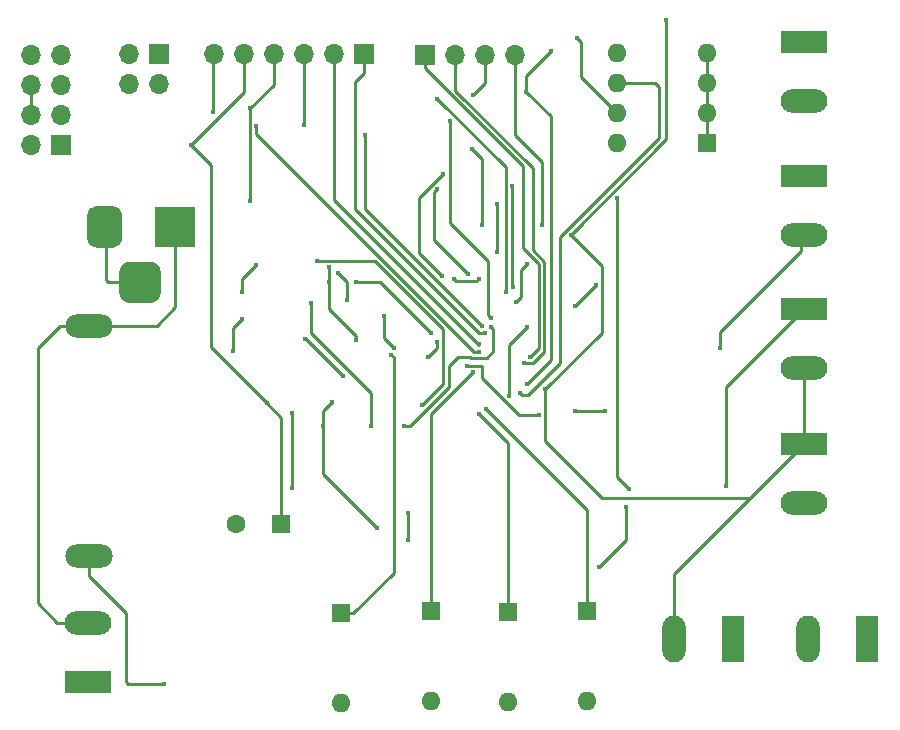
<source format=gbr>
%TF.GenerationSoftware,KiCad,Pcbnew,(5.1.10)-1*%
%TF.CreationDate,2022-04-27T18:27:10+08:00*%
%TF.ProjectId,lamp,6c616d70-2e6b-4696-9361-645f70636258,rev?*%
%TF.SameCoordinates,Original*%
%TF.FileFunction,Copper,L2,Bot*%
%TF.FilePolarity,Positive*%
%FSLAX46Y46*%
G04 Gerber Fmt 4.6, Leading zero omitted, Abs format (unit mm)*
G04 Created by KiCad (PCBNEW (5.1.10)-1) date 2022-04-27 18:27:10*
%MOMM*%
%LPD*%
G01*
G04 APERTURE LIST*
%TA.AperFunction,ComponentPad*%
%ADD10O,1.700000X1.700000*%
%TD*%
%TA.AperFunction,ComponentPad*%
%ADD11R,1.700000X1.700000*%
%TD*%
%TA.AperFunction,ComponentPad*%
%ADD12O,1.600000X1.600000*%
%TD*%
%TA.AperFunction,ComponentPad*%
%ADD13R,1.600000X1.600000*%
%TD*%
%TA.AperFunction,ComponentPad*%
%ADD14C,1.600000*%
%TD*%
%TA.AperFunction,ComponentPad*%
%ADD15O,4.000000X2.000000*%
%TD*%
%TA.AperFunction,ComponentPad*%
%ADD16O,3.960000X1.980000*%
%TD*%
%TA.AperFunction,ComponentPad*%
%ADD17R,3.960000X1.980000*%
%TD*%
%TA.AperFunction,ComponentPad*%
%ADD18O,1.980000X3.960000*%
%TD*%
%TA.AperFunction,ComponentPad*%
%ADD19R,1.980000X3.960000*%
%TD*%
%TA.AperFunction,ComponentPad*%
%ADD20R,3.500000X3.500000*%
%TD*%
%TA.AperFunction,ViaPad*%
%ADD21C,0.400000*%
%TD*%
%TA.AperFunction,Conductor*%
%ADD22C,0.250000*%
%TD*%
G04 APERTURE END LIST*
D10*
%TO.P,J1,8*%
%TO.N,/+3.3*%
X100810000Y-11255000D03*
%TO.P,J1,7*%
X103350000Y-11255000D03*
%TO.P,J1,6*%
%TO.N,GND*%
X100810000Y-13795000D03*
%TO.P,J1,5*%
X103350000Y-13795000D03*
%TO.P,J1,4*%
X100810000Y-16335000D03*
%TO.P,J1,3*%
X103350000Y-16335000D03*
%TO.P,J1,2*%
%TO.N,/+5v*%
X100810000Y-18875000D03*
D11*
%TO.P,J1,1*%
X103350000Y-18875000D03*
%TD*%
D12*
%TO.P,U2,8*%
%TO.N,/+3.3*%
X150390000Y-18710000D03*
%TO.P,U2,4*%
%TO.N,GND*%
X158010000Y-11090000D03*
%TO.P,U2,7*%
X150390000Y-16170000D03*
%TO.P,U2,3*%
X158010000Y-13630000D03*
%TO.P,U2,6*%
%TO.N,/IIC_SCL*%
X150390000Y-13630000D03*
%TO.P,U2,2*%
%TO.N,GND*%
X158010000Y-16170000D03*
%TO.P,U2,5*%
%TO.N,/IIC_SDA*%
X150390000Y-11090000D03*
D13*
%TO.P,U2,1*%
%TO.N,GND*%
X158010000Y-18710000D03*
%TD*%
D14*
%TO.P,C15,2*%
%TO.N,GND*%
X118140000Y-51000000D03*
D13*
%TO.P,C15,1*%
%TO.N,/+5v*%
X121940000Y-51000000D03*
%TD*%
D15*
%TO.P,SW1,2*%
%TO.N,Net-(F1-Pad2)*%
X105650000Y-53700000D03*
%TO.P,SW1,1*%
%TO.N,Net-(J3-Pad2)*%
X105650000Y-34200000D03*
%TD*%
D12*
%TO.P,J17,2*%
%TO.N,GND*%
X147850000Y-65980000D03*
D13*
%TO.P,J17,1*%
%TO.N,/SW_3*%
X147850000Y-58360000D03*
%TD*%
D12*
%TO.P,J16,2*%
%TO.N,GND*%
X141190000Y-66030000D03*
D13*
%TO.P,J16,1*%
%TO.N,/SW_2*%
X141190000Y-58410000D03*
%TD*%
D12*
%TO.P,J15,2*%
%TO.N,GND*%
X134640000Y-66000000D03*
D13*
%TO.P,J15,1*%
%TO.N,/SW_1*%
X134640000Y-58380000D03*
%TD*%
D10*
%TO.P,J14,6*%
%TO.N,/BT_EN*%
X116260000Y-11210000D03*
%TO.P,J14,5*%
%TO.N,/+5v*%
X118800000Y-11210000D03*
%TO.P,J14,4*%
%TO.N,GND*%
X121340000Y-11210000D03*
%TO.P,J14,3*%
%TO.N,/BT_TXD*%
X123880000Y-11210000D03*
%TO.P,J14,2*%
%TO.N,/BT_RXD*%
X126420000Y-11210000D03*
D11*
%TO.P,J14,1*%
%TO.N,/BT_STATE*%
X128960000Y-11210000D03*
%TD*%
D10*
%TO.P,J13,4*%
%TO.N,/+3.3*%
X141780000Y-11280000D03*
%TO.P,J13,3*%
%TO.N,GND*%
X139240000Y-11280000D03*
%TO.P,J13,2*%
%TO.N,/SCL_OLED*%
X136700000Y-11280000D03*
D11*
%TO.P,J13,1*%
%TO.N,/SDA_OLED*%
X134160000Y-11280000D03*
%TD*%
D16*
%TO.P,J12,2*%
%TO.N,/LED2_W*%
X166200000Y-15200000D03*
D17*
%TO.P,J12,1*%
%TO.N,/+5v*%
X166200000Y-10200000D03*
%TD*%
D16*
%TO.P,J11,2*%
%TO.N,/LED2_G*%
X166200000Y-26499999D03*
D17*
%TO.P,J11,1*%
%TO.N,/LED2_B*%
X166200000Y-21499999D03*
%TD*%
D16*
%TO.P,J10,2*%
%TO.N,/+5v*%
X166200000Y-37799999D03*
D17*
%TO.P,J10,1*%
%TO.N,/LED2_R*%
X166200000Y-32799999D03*
%TD*%
D16*
%TO.P,J9,2*%
%TO.N,/LED1_W*%
X166200000Y-49200000D03*
D17*
%TO.P,J9,1*%
%TO.N,/+5v*%
X166200000Y-44200000D03*
%TD*%
D18*
%TO.P,J8,2*%
%TO.N,/LED1_G*%
X166540000Y-60700000D03*
D19*
%TO.P,J8,1*%
%TO.N,/LED1_B*%
X171540000Y-60700000D03*
%TD*%
D18*
%TO.P,J7,2*%
%TO.N,/+5v*%
X155170000Y-60700000D03*
D19*
%TO.P,J7,1*%
%TO.N,/LED1_R*%
X160170000Y-60700000D03*
%TD*%
D10*
%TO.P,J6,4*%
%TO.N,GND*%
X109035000Y-13765000D03*
%TO.P,J6,3*%
%TO.N,/SWCLK*%
X109035000Y-11225000D03*
%TO.P,J6,2*%
%TO.N,/SWDIO*%
X111575000Y-13765000D03*
D11*
%TO.P,J6,1*%
%TO.N,/+3.3*%
X111575000Y-11225000D03*
%TD*%
%TO.P,J5,3*%
%TO.N,GND*%
%TA.AperFunction,ComponentPad*%
G36*
G01*
X108250000Y-31400000D02*
X108250000Y-29650000D01*
G75*
G02*
X109125000Y-28775000I875000J0D01*
G01*
X110875000Y-28775000D01*
G75*
G02*
X111750000Y-29650000I0J-875000D01*
G01*
X111750000Y-31400000D01*
G75*
G02*
X110875000Y-32275000I-875000J0D01*
G01*
X109125000Y-32275000D01*
G75*
G02*
X108250000Y-31400000I0J875000D01*
G01*
G37*
%TD.AperFunction*%
%TO.P,J5,2*%
%TA.AperFunction,ComponentPad*%
G36*
G01*
X105500000Y-26825000D02*
X105500000Y-24825000D01*
G75*
G02*
X106250000Y-24075000I750000J0D01*
G01*
X107750000Y-24075000D01*
G75*
G02*
X108500000Y-24825000I0J-750000D01*
G01*
X108500000Y-26825000D01*
G75*
G02*
X107750000Y-27575000I-750000J0D01*
G01*
X106250000Y-27575000D01*
G75*
G02*
X105500000Y-26825000I0J750000D01*
G01*
G37*
%TD.AperFunction*%
D20*
%TO.P,J5,1*%
%TO.N,Net-(J3-Pad2)*%
X113000000Y-25825000D03*
%TD*%
D16*
%TO.P,J3,2*%
%TO.N,Net-(J3-Pad2)*%
X105625000Y-59325000D03*
D17*
%TO.P,J3,1*%
%TO.N,GND*%
X105625000Y-64325000D03*
%TD*%
D12*
%TO.P,J2,2*%
%TO.N,Net-(J2-Pad2)*%
X127010000Y-66150000D03*
D13*
%TO.P,J2,1*%
%TO.N,/NRST*%
X127010000Y-58530000D03*
%TD*%
D21*
%TO.N,GND*%
X140208000Y-27940000D03*
X146812000Y-32512000D03*
X119825000Y-29050000D03*
X118675000Y-31325000D03*
X117875000Y-36300000D03*
X132700000Y-50075000D03*
X132700000Y-52300000D03*
X119325000Y-15775000D03*
X147000000Y-9825000D03*
X138175000Y-14675000D03*
X119325000Y-23675000D03*
X118650000Y-33650000D03*
X148572990Y-30734000D03*
X140208000Y-23876000D03*
%TO.N,/+3.3*%
X151130000Y-49530000D03*
X150368000Y-23368000D03*
X142748000Y-28956000D03*
X142748000Y-34290000D03*
X141224000Y-40132000D03*
X130048000Y-51308000D03*
X125476000Y-42672000D03*
X144018000Y-25654000D03*
X141815728Y-32174272D03*
X126238000Y-40640000D03*
X138938000Y-25654000D03*
X138120000Y-19248000D03*
X148844000Y-54610000D03*
X135128000Y-35560000D03*
X134366000Y-36875010D03*
X151384000Y-48006000D03*
%TO.N,/NRST*%
X131266476Y-36641422D03*
%TO.N,Net-(C7-Pad1)*%
X127200000Y-38475000D03*
X123952000Y-35306000D03*
%TO.N,Net-(C8-Pad1)*%
X126746000Y-29718000D03*
X127507994Y-32004000D03*
X130692761Y-33391239D03*
X131541928Y-36108374D03*
%TO.N,Net-(C9-Pad1)*%
X125984000Y-30480000D03*
X125984000Y-29227010D03*
X128323526Y-35440011D03*
%TO.N,Net-(C10-Pad1)*%
X134620000Y-34798000D03*
X128269994Y-30480000D03*
%TO.N,/LIGHT*%
X122850000Y-41550000D03*
X122850000Y-47900000D03*
%TO.N,Net-(F1-Pad2)*%
X112000000Y-64550000D03*
%TO.N,/SWCLK*%
X135183739Y-14991261D03*
X140945910Y-31320910D03*
%TO.N,/SWDIO*%
X136225000Y-16825000D03*
X139720761Y-33529239D03*
%TO.N,/LED2_R*%
X159650000Y-47750000D03*
%TO.N,/LED2_G*%
X159100000Y-36075000D03*
%TO.N,/SCL_OLED*%
X142531000Y-37375000D03*
%TO.N,/SDA_OLED*%
X143008739Y-36841261D03*
%TO.N,/BT_EN*%
X116150000Y-16100000D03*
X119850000Y-17275000D03*
X138701010Y-36379052D03*
%TO.N,/BT_TXD*%
X123858739Y-17191261D03*
X138925000Y-34175000D03*
X129082520Y-18050002D03*
%TO.N,/BT_RXD*%
X138701010Y-35779039D03*
%TO.N,/BT_STATE*%
X139182788Y-34781980D03*
%TO.N,/SW_1*%
X138176000Y-38117010D03*
%TO.N,/SW_2*%
X138684000Y-41655988D03*
%TO.N,/SW_3*%
X139284013Y-41225035D03*
%TO.N,/LED0*%
X133858000Y-40894000D03*
X124968000Y-28702000D03*
%TO.N,/LED1*%
X139700000Y-34290000D03*
X132334000Y-42672000D03*
X129540000Y-42672000D03*
X124460000Y-32258000D03*
%TO.N,/T4_R*%
X146812000Y-41402000D03*
X149352000Y-41402000D03*
X143781001Y-41767473D03*
X137668000Y-37592000D03*
%TO.N,/T4_G*%
X135128000Y-22606000D03*
X141478000Y-22352000D03*
X141618985Y-30874999D03*
X137794990Y-29844990D03*
%TO.N,/T4_B*%
X138684000Y-30226000D03*
X136543960Y-30196141D03*
%TO.N,/T4_W*%
X135636000Y-21336000D03*
X135550005Y-30022013D03*
%TO.N,/IIC_SCL*%
X142166583Y-39872805D03*
%TO.N,/IIC_SDA*%
X142720000Y-14395000D03*
X144775000Y-10975000D03*
X142748000Y-39116008D03*
%TO.N,/+5v*%
X154575000Y-8275000D03*
X120750000Y-40775000D03*
X114300000Y-18875000D03*
X146452239Y-26502239D03*
X144306011Y-39574295D03*
%TD*%
D22*
%TO.N,GND*%
X100810000Y-13795000D02*
X100810000Y-16335000D01*
X147350000Y-13130000D02*
X150390000Y-16170000D01*
X147350000Y-10175000D02*
X147350000Y-13130000D01*
X147000000Y-9825000D02*
X147350000Y-10175000D01*
X158010000Y-11090000D02*
X158010000Y-13630000D01*
X158010000Y-16170000D02*
X158010000Y-13630000D01*
X158010000Y-18710000D02*
X158010000Y-16170000D01*
X121325000Y-11225000D02*
X121340000Y-11210000D01*
X121325000Y-13775000D02*
X121325000Y-11225000D01*
X119325000Y-15775000D02*
X121325000Y-13775000D01*
X139240000Y-13610000D02*
X138175000Y-14675000D01*
X139240000Y-11280000D02*
X139240000Y-13610000D01*
X119325000Y-15775000D02*
X119325000Y-23650000D01*
X107275000Y-30525000D02*
X110000000Y-30525000D01*
X107100000Y-30350000D02*
X107275000Y-30525000D01*
X107100000Y-25925000D02*
X107100000Y-30350000D01*
X107000000Y-25825000D02*
X107100000Y-25925000D01*
X132700000Y-52300000D02*
X132700000Y-50100000D01*
X117875000Y-36300000D02*
X117875000Y-34425000D01*
X117875000Y-34425000D02*
X118650000Y-33650000D01*
X118675000Y-31325000D02*
X118675000Y-30200000D01*
X118675000Y-30200000D02*
X119825000Y-29050000D01*
X146812000Y-32512000D02*
X148572990Y-30751010D01*
X148572990Y-30751010D02*
X148572990Y-30734000D01*
X140208000Y-27940000D02*
X140208000Y-27657158D01*
X140208000Y-27657158D02*
X140208000Y-23876000D01*
%TO.N,/+3.3*%
X125476000Y-42672000D02*
X125476000Y-46736000D01*
X125476000Y-46736000D02*
X130048000Y-51308000D01*
X141780000Y-18082000D02*
X144018000Y-20320000D01*
X144018000Y-20320000D02*
X144018000Y-25654000D01*
X141780000Y-11280000D02*
X141780000Y-18082000D01*
X141224000Y-40132000D02*
X141224000Y-36576000D01*
X141224000Y-36576000D02*
X141224000Y-35814000D01*
X141224000Y-35814000D02*
X142748000Y-34290000D01*
X125476000Y-42672000D02*
X125476000Y-41402000D01*
X125476000Y-41402000D02*
X126238000Y-40640000D01*
X138938000Y-20066000D02*
X138120000Y-19248000D01*
X138938000Y-25654000D02*
X138938000Y-20066000D01*
X142240000Y-31750000D02*
X141815728Y-32174272D01*
X142240000Y-29464000D02*
X142240000Y-31750000D01*
X142748000Y-28956000D02*
X142240000Y-29464000D01*
X151130000Y-49530000D02*
X151130000Y-52070000D01*
X151130000Y-52070000D02*
X151130000Y-52324000D01*
X151130000Y-52324000D02*
X148844000Y-54610000D01*
X135128000Y-35560000D02*
X135128000Y-36113010D01*
X135128000Y-36113010D02*
X134366000Y-36875010D01*
X150368000Y-23368000D02*
X150368000Y-46990000D01*
X150368000Y-46990000D02*
X151384000Y-48006000D01*
%TO.N,/NRST*%
X131499065Y-36874011D02*
X131266476Y-36641422D01*
X131499065Y-55090935D02*
X131499065Y-36874011D01*
X128060000Y-58530000D02*
X131499065Y-55090935D01*
X127010000Y-58530000D02*
X128060000Y-58530000D01*
%TO.N,Net-(C7-Pad1)*%
X127200000Y-38475000D02*
X123952000Y-35227000D01*
%TO.N,Net-(C8-Pad1)*%
X126746000Y-29718000D02*
X127507994Y-30479994D01*
X127507994Y-30479994D02*
X127507994Y-32004000D01*
X130692761Y-35259207D02*
X131541928Y-36108374D01*
X130692761Y-33391239D02*
X130692761Y-35259207D01*
%TO.N,Net-(C9-Pad1)*%
X125984000Y-30480000D02*
X125984000Y-32766000D01*
X125984000Y-32766000D02*
X128016000Y-34798000D01*
X128016000Y-34798000D02*
X128133239Y-34915239D01*
X125984000Y-30480000D02*
X125984000Y-29227010D01*
X128323526Y-35105526D02*
X128323526Y-35440011D01*
X128016000Y-34798000D02*
X128323526Y-35105526D01*
%TO.N,Net-(C10-Pad1)*%
X134620000Y-34798000D02*
X130302000Y-30480000D01*
X130302000Y-30480000D02*
X128269994Y-30480000D01*
%TO.N,/LIGHT*%
X122850000Y-47900000D02*
X122850000Y-41575000D01*
%TO.N,Net-(F1-Pad2)*%
X105650000Y-55350000D02*
X105650000Y-53700000D01*
X108825000Y-58525000D02*
X105650000Y-55350000D01*
X108825000Y-64375000D02*
X108825000Y-58525000D01*
X109000000Y-64550000D02*
X108825000Y-64375000D01*
X112000000Y-64550000D02*
X109000000Y-64550000D01*
%TO.N,Net-(J3-Pad2)*%
X102975000Y-59325000D02*
X105625000Y-59325000D01*
X101350000Y-57700000D02*
X102975000Y-59325000D01*
X101350000Y-36075000D02*
X101350000Y-57700000D01*
X103225000Y-34200000D02*
X101350000Y-36075000D01*
X105650000Y-34200000D02*
X103225000Y-34200000D01*
X105650000Y-34200000D02*
X111400000Y-34200000D01*
X113000000Y-32600000D02*
X113000000Y-25825000D01*
X111400000Y-34200000D02*
X113000000Y-32600000D01*
%TO.N,/SWCLK*%
X135183739Y-14991261D02*
X140945910Y-20753432D01*
X140945910Y-20753432D02*
X140945910Y-31320910D01*
%TO.N,/SWDIO*%
X139446000Y-33271000D02*
X139725000Y-33550000D01*
X139446000Y-28702000D02*
X139446000Y-33271000D01*
X136225000Y-25481000D02*
X139446000Y-28702000D01*
X136225000Y-16825000D02*
X136225000Y-25481000D01*
%TO.N,/LED2_R*%
X159650000Y-39349999D02*
X166200000Y-32799999D01*
X159650000Y-47750000D02*
X159650000Y-39349999D01*
%TO.N,/LED2_G*%
X165950000Y-26749999D02*
X166200000Y-26499999D01*
X165950000Y-27875000D02*
X165950000Y-26749999D01*
X159100000Y-34725000D02*
X165950000Y-27875000D01*
X159100000Y-36075000D02*
X159100000Y-34725000D01*
%TO.N,/SCL_OLED*%
X144214011Y-36412991D02*
X143252002Y-37375000D01*
X144214011Y-28769600D02*
X144214011Y-36412991D01*
X143256000Y-20839590D02*
X143256000Y-27811589D01*
X136700000Y-14283590D02*
X143256000Y-20839590D01*
X143256000Y-27811589D02*
X144214011Y-28769600D01*
X136700000Y-11280000D02*
X136700000Y-14283590D01*
X143252002Y-37375000D02*
X142531000Y-37375000D01*
%TO.N,/SDA_OLED*%
X143764000Y-36061000D02*
X143000000Y-36825000D01*
X143764000Y-28956000D02*
X143764000Y-36061000D01*
X142788715Y-27980591D02*
X142788715Y-27980715D01*
X142450001Y-20670001D02*
X142450001Y-27641877D01*
X142788715Y-27980715D02*
X143764000Y-28956000D01*
X134160000Y-11280000D02*
X134160000Y-12380000D01*
X134160000Y-12380000D02*
X142450001Y-20670001D01*
X142450001Y-27641877D02*
X142788715Y-27980591D01*
%TO.N,/BT_EN*%
X116150000Y-11320000D02*
X116260000Y-11210000D01*
X116150000Y-16100000D02*
X116150000Y-11320000D01*
X119850000Y-17275000D02*
X119850000Y-17993178D01*
X119850000Y-17993178D02*
X138235874Y-36379052D01*
X138235874Y-36379052D02*
X138701010Y-36379052D01*
%TO.N,/BT_TXD*%
X123880000Y-11210000D02*
X123880000Y-17145000D01*
X138925000Y-34175000D02*
X129082520Y-24332520D01*
X129082520Y-24332520D02*
X129082520Y-18050002D01*
%TO.N,/BT_RXD*%
X126420000Y-11210000D02*
X126420000Y-23545480D01*
X138692309Y-35787740D02*
X138701010Y-35779039D01*
X138662260Y-35787740D02*
X138692309Y-35787740D01*
X126420000Y-23545480D02*
X138662260Y-35787740D01*
%TO.N,/BT_STATE*%
X128960000Y-11210000D02*
X128960000Y-12790000D01*
X128200000Y-13550000D02*
X128200000Y-24288592D01*
X128960000Y-12790000D02*
X128200000Y-13550000D01*
X138693388Y-34781980D02*
X139182788Y-34781980D01*
X128200000Y-24288592D02*
X138693388Y-34781980D01*
%TO.N,/SW_1*%
X134640000Y-58380000D02*
X134640000Y-41653010D01*
X134640000Y-41653010D02*
X138176000Y-38117010D01*
%TO.N,/SW_2*%
X141190000Y-44161988D02*
X138684000Y-41655988D01*
X141190000Y-58410000D02*
X141190000Y-44161988D01*
%TO.N,/SW_3*%
X147850000Y-58360000D02*
X147850000Y-49791022D01*
X147850000Y-49791022D02*
X139284013Y-41225035D01*
%TO.N,/LED0*%
X125250842Y-28702000D02*
X124968000Y-28702000D01*
X133858000Y-40894000D02*
X135653002Y-39098998D01*
X135653002Y-39098998D02*
X135653002Y-34432591D01*
X129922411Y-28702000D02*
X125250842Y-28702000D01*
X135653002Y-34432591D02*
X129922411Y-28702000D01*
%TO.N,/LED1*%
X129540000Y-39878000D02*
X129540000Y-42672000D01*
X124460000Y-34798000D02*
X129540000Y-39878000D01*
X124460000Y-32258000D02*
X124460000Y-34798000D01*
X132334000Y-42672000D02*
X132857002Y-42672000D01*
X139899999Y-36376001D02*
X139899999Y-34489999D01*
X136144000Y-39385002D02*
X136144000Y-37576998D01*
X132857002Y-42672000D02*
X136144000Y-39385002D01*
X136907999Y-36812999D02*
X137920001Y-36812999D01*
X138011055Y-36904053D02*
X139371947Y-36904053D01*
X139899999Y-34489999D02*
X139700000Y-34290000D01*
X137920001Y-36812999D02*
X138011055Y-36904053D01*
X139371947Y-36904053D02*
X139899999Y-36376001D01*
X136144000Y-37576998D02*
X136907999Y-36812999D01*
%TO.N,/T4_R*%
X149352000Y-41402000D02*
X146812000Y-41402000D01*
X142082471Y-41767473D02*
X143781001Y-41767473D01*
X138938000Y-37592000D02*
X138938000Y-38623002D01*
X138938000Y-38623002D02*
X142082471Y-41767473D01*
X138938000Y-37592000D02*
X137668000Y-37592000D01*
%TO.N,/T4_G*%
X141618985Y-30874999D02*
X141478000Y-30734014D01*
X137794990Y-29844990D02*
X134874000Y-26924000D01*
X134874000Y-26924000D02*
X134874000Y-22860000D01*
X134874000Y-22860000D02*
X135128000Y-22606000D01*
X141478000Y-22352000D02*
X141478000Y-22777920D01*
X141478000Y-22777920D02*
X141478000Y-23114000D01*
X141478000Y-23114000D02*
X141478000Y-22606000D01*
X141478000Y-30734014D02*
X141478000Y-23114000D01*
%TO.N,/T4_B*%
X136773818Y-30425999D02*
X136543960Y-30196141D01*
X138684000Y-30226000D02*
X138484001Y-30425999D01*
X138484001Y-30425999D02*
X136773818Y-30425999D01*
%TO.N,/T4_W*%
X135382000Y-21590000D02*
X135550005Y-21421995D01*
X135636000Y-21336000D02*
X135382000Y-21590000D01*
X133604000Y-23368000D02*
X135382000Y-21590000D01*
X133604000Y-28076008D02*
X133604000Y-23368000D01*
X135550005Y-30022013D02*
X133604000Y-28076008D01*
%TO.N,/IIC_SCL*%
X153924000Y-17164000D02*
X153924000Y-17526000D01*
X153924000Y-13970000D02*
X153924000Y-17526000D01*
X153584000Y-13630000D02*
X153924000Y-13970000D01*
X150390000Y-13630000D02*
X153584000Y-13630000D01*
X153924000Y-18288000D02*
X145558999Y-26653001D01*
X142822198Y-40072804D02*
X142366582Y-40072804D01*
X142366582Y-40072804D02*
X142166583Y-39872805D01*
X153924000Y-17526000D02*
X153924000Y-18288000D01*
X145558999Y-26653001D02*
X145558999Y-37336003D01*
X145558999Y-37336003D02*
X142822198Y-40072804D01*
%TO.N,/IIC_SDA*%
X142720000Y-14395000D02*
X142720000Y-13080000D01*
X142720000Y-13080000D02*
X142720000Y-13055000D01*
X142720000Y-13080000D02*
X142720000Y-13030000D01*
X142720000Y-13030000D02*
X144775000Y-10975000D01*
X144775000Y-10975000D02*
X144775000Y-10975000D01*
X144780000Y-16455000D02*
X144780000Y-37084008D01*
X142720000Y-14395000D02*
X144780000Y-16455000D01*
X144780000Y-37084008D02*
X142748000Y-39116008D01*
%TO.N,/+5v*%
X121940000Y-51000000D02*
X121940000Y-41965000D01*
X121940000Y-41965000D02*
X120750000Y-40775000D01*
X116000000Y-20575000D02*
X114300000Y-18875000D01*
X116000000Y-36025000D02*
X116000000Y-20575000D01*
X120750000Y-40775000D02*
X116000000Y-36025000D01*
X118825000Y-14375000D02*
X118825000Y-11235000D01*
X118825000Y-11235000D02*
X118800000Y-11210000D01*
X114325000Y-18875000D02*
X118825000Y-14375000D01*
X114300000Y-18875000D02*
X114325000Y-18875000D01*
X166200000Y-37799999D02*
X166200000Y-44200000D01*
X155170000Y-55230000D02*
X155170000Y-60700000D01*
X166200000Y-44200000D02*
X155170000Y-55230000D01*
X154575000Y-18379478D02*
X146452239Y-26502239D01*
X154575000Y-8275000D02*
X154575000Y-18379478D01*
X149098000Y-34782306D02*
X144306011Y-39574295D01*
X146452239Y-26502239D02*
X149098000Y-29148000D01*
X149098000Y-29148000D02*
X149098000Y-34782306D01*
X144306011Y-43976011D02*
X144306011Y-39574295D01*
X149098000Y-48768000D02*
X144306011Y-43976011D01*
X161632000Y-48768000D02*
X149098000Y-48768000D01*
X166200000Y-44200000D02*
X161632000Y-48768000D01*
%TD*%
M02*

</source>
